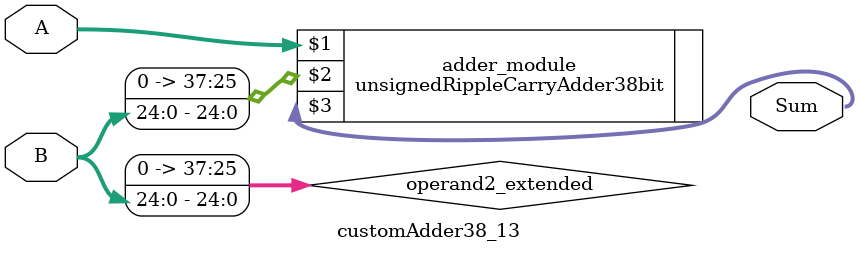
<source format=v>
module customAdder38_13(
                        input [37 : 0] A,
                        input [24 : 0] B,
                        
                        output [38 : 0] Sum
                );

        wire [37 : 0] operand2_extended;
        
        assign operand2_extended =  {13'b0, B};
        
        unsignedRippleCarryAdder38bit adder_module(
            A,
            operand2_extended,
            Sum
        );
        
        endmodule
        
</source>
